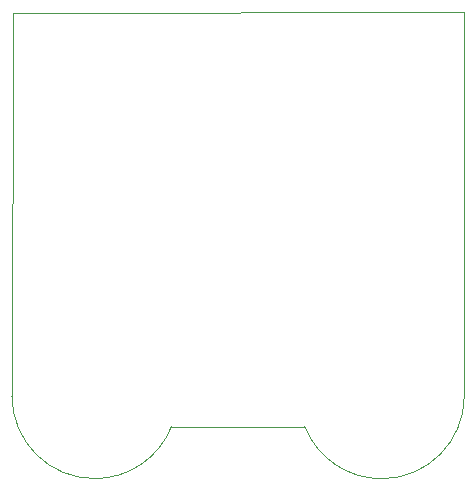
<source format=gm1>
%TF.GenerationSoftware,KiCad,Pcbnew,(6.0.8)*%
%TF.CreationDate,2024-06-01T23:25:37+02:00*%
%TF.ProjectId,micropad,6d696372-6f70-4616-942e-6b696361645f,rev?*%
%TF.SameCoordinates,Original*%
%TF.FileFunction,Profile,NP*%
%FSLAX46Y46*%
G04 Gerber Fmt 4.6, Leading zero omitted, Abs format (unit mm)*
G04 Created by KiCad (PCBNEW (6.0.8)) date 2024-06-01 23:25:37*
%MOMM*%
%LPD*%
G01*
G04 APERTURE LIST*
%TA.AperFunction,Profile*%
%ADD10C,0.100000*%
%TD*%
G04 APERTURE END LIST*
D10*
X64190000Y-83520000D02*
G75*
G03*
X70700000Y-87940000I6510000J2584129D01*
G01*
X46400000Y-87930000D02*
G75*
G03*
X52909999Y-83520000I18518J6982662D01*
G01*
X52910000Y-83520000D02*
X64190000Y-83520000D01*
X77700000Y-48450000D02*
X39450000Y-48500000D01*
X39399999Y-80940000D02*
G75*
G03*
X46400000Y-87930000I7000001J10008D01*
G01*
X70700000Y-87940000D02*
G75*
G03*
X77700000Y-80940000I0J7000000D01*
G01*
X39400000Y-80940000D02*
X39450000Y-48500000D01*
X77700000Y-80940000D02*
X77700000Y-48450000D01*
M02*

</source>
